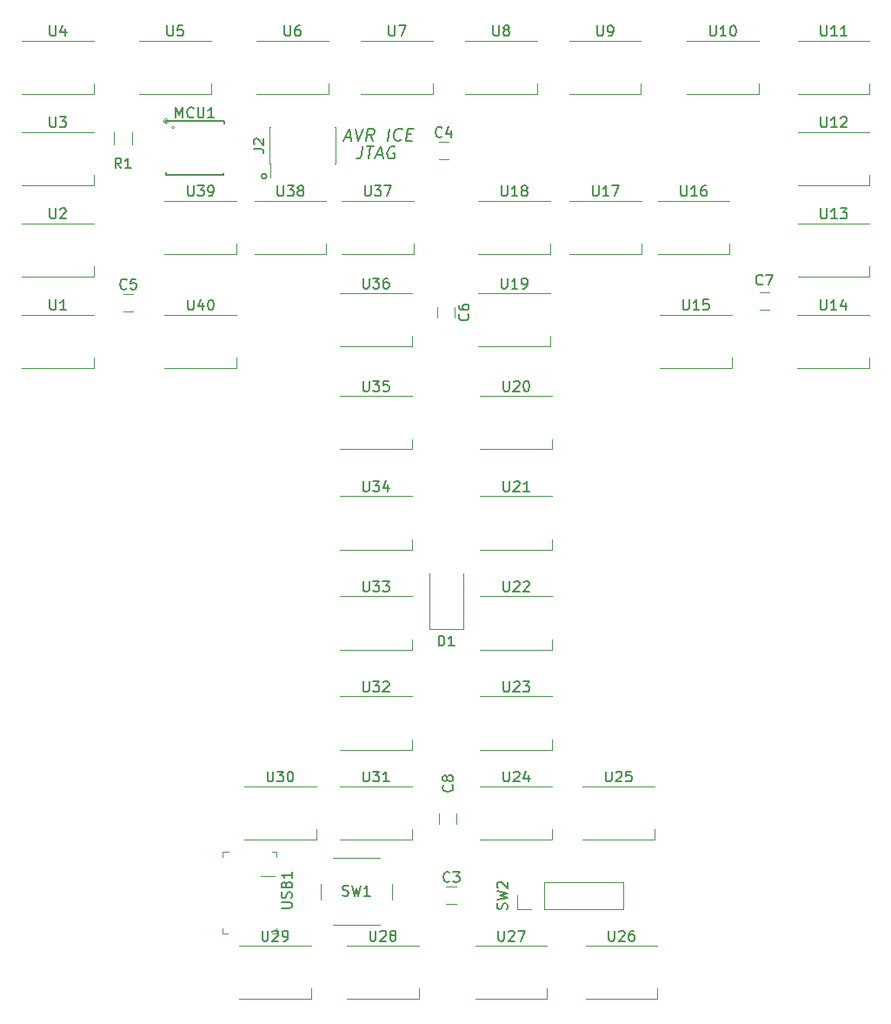
<source format=gbr>
G04 #@! TF.GenerationSoftware,KiCad,Pcbnew,(5.0.0)*
G04 #@! TF.CreationDate,2020-03-01T18:17:59-05:00*
G04 #@! TF.ProjectId,WS2812B Tiny T,575332383132422054696E7920542E6B,rev?*
G04 #@! TF.SameCoordinates,Original*
G04 #@! TF.FileFunction,Legend,Top*
G04 #@! TF.FilePolarity,Positive*
%FSLAX46Y46*%
G04 Gerber Fmt 4.6, Leading zero omitted, Abs format (unit mm)*
G04 Created by KiCad (PCBNEW (5.0.0)) date 03/01/20 18:17:59*
%MOMM*%
%LPD*%
G01*
G04 APERTURE LIST*
%ADD10C,0.200000*%
%ADD11C,0.120000*%
%ADD12C,0.100000*%
%ADD13C,0.150000*%
G04 APERTURE END LIST*
D10*
X119378392Y-68342857D02*
X119271250Y-69200000D01*
X119192678Y-69371428D01*
X119064107Y-69485714D01*
X118885535Y-69542857D01*
X118771250Y-69542857D01*
X119778392Y-68342857D02*
X120464107Y-68342857D01*
X119971250Y-69542857D02*
X120121250Y-68342857D01*
X120699821Y-69200000D02*
X121271250Y-69200000D01*
X120542678Y-69542857D02*
X121092678Y-68342857D01*
X121342678Y-69542857D01*
X122514107Y-68400000D02*
X122406964Y-68342857D01*
X122235535Y-68342857D01*
X122056964Y-68400000D01*
X121928392Y-68514285D01*
X121856964Y-68628571D01*
X121771250Y-68857142D01*
X121749821Y-69028571D01*
X121778392Y-69257142D01*
X121821250Y-69371428D01*
X121921250Y-69485714D01*
X122085535Y-69542857D01*
X122199821Y-69542857D01*
X122378392Y-69485714D01*
X122442678Y-69428571D01*
X122492678Y-69028571D01*
X122264107Y-69028571D01*
X117635535Y-67450000D02*
X118206964Y-67450000D01*
X117478392Y-67792857D02*
X118028392Y-66592857D01*
X118278392Y-67792857D01*
X118656964Y-66592857D02*
X118906964Y-67792857D01*
X119456964Y-66592857D01*
X120392678Y-67792857D02*
X120064107Y-67221428D01*
X119706964Y-67792857D02*
X119856964Y-66592857D01*
X120314107Y-66592857D01*
X120421250Y-66650000D01*
X120471250Y-66707142D01*
X120514107Y-66821428D01*
X120492678Y-66992857D01*
X120421250Y-67107142D01*
X120356964Y-67164285D01*
X120235535Y-67221428D01*
X119778392Y-67221428D01*
X121821250Y-67792857D02*
X121971250Y-66592857D01*
X123092678Y-67678571D02*
X123028392Y-67735714D01*
X122849821Y-67792857D01*
X122735535Y-67792857D01*
X122571250Y-67735714D01*
X122471250Y-67621428D01*
X122428392Y-67507142D01*
X122399821Y-67278571D01*
X122421250Y-67107142D01*
X122506964Y-66878571D01*
X122578392Y-66764285D01*
X122706964Y-66650000D01*
X122885535Y-66592857D01*
X122999821Y-66592857D01*
X123164107Y-66650000D01*
X123214107Y-66707142D01*
X123671250Y-67164285D02*
X124071250Y-67164285D01*
X124164107Y-67792857D02*
X123592678Y-67792857D01*
X123742678Y-66592857D01*
X124314107Y-66592857D01*
X110000000Y-71250000D02*
G75*
G03X110000000Y-71250000I-250000J0D01*
G01*
D11*
G04 #@! TO.C,U1*
X93162000Y-89912500D02*
X93162000Y-88912500D01*
X86162000Y-89912500D02*
X93162000Y-89912500D01*
X86162000Y-84712500D02*
X93162000Y-84712500D01*
G04 #@! TO.C,U2*
X86162000Y-75822500D02*
X93162000Y-75822500D01*
X86162000Y-81022500D02*
X93162000Y-81022500D01*
X93162000Y-81022500D02*
X93162000Y-80022500D01*
G04 #@! TO.C,U3*
X93162000Y-72132500D02*
X93162000Y-71132500D01*
X86162000Y-72132500D02*
X93162000Y-72132500D01*
X86162000Y-66932500D02*
X93162000Y-66932500D01*
G04 #@! TO.C,U4*
X86162000Y-58042500D02*
X93162000Y-58042500D01*
X86162000Y-63242500D02*
X93162000Y-63242500D01*
X93162000Y-63242500D02*
X93162000Y-62242500D01*
G04 #@! TO.C,U5*
X104592000Y-63242500D02*
X104592000Y-62242500D01*
X97592000Y-63242500D02*
X104592000Y-63242500D01*
X97592000Y-58042500D02*
X104592000Y-58042500D01*
G04 #@! TO.C,U6*
X109022000Y-58042500D02*
X116022000Y-58042500D01*
X109022000Y-63242500D02*
X116022000Y-63242500D01*
X116022000Y-63242500D02*
X116022000Y-62242500D01*
G04 #@! TO.C,U7*
X126182000Y-63242500D02*
X126182000Y-62242500D01*
X119182000Y-63242500D02*
X126182000Y-63242500D01*
X119182000Y-58042500D02*
X126182000Y-58042500D01*
G04 #@! TO.C,U8*
X129342000Y-58042500D02*
X136342000Y-58042500D01*
X129342000Y-63242500D02*
X136342000Y-63242500D01*
X136342000Y-63242500D02*
X136342000Y-62242500D01*
G04 #@! TO.C,U9*
X146462000Y-63242500D02*
X146462000Y-62242500D01*
X139462000Y-63242500D02*
X146462000Y-63242500D01*
X139462000Y-58042500D02*
X146462000Y-58042500D01*
G04 #@! TO.C,U10*
X150932000Y-58042500D02*
X157932000Y-58042500D01*
X150932000Y-63242500D02*
X157932000Y-63242500D01*
X157932000Y-63242500D02*
X157932000Y-62242500D01*
G04 #@! TO.C,U11*
X168727000Y-63242500D02*
X168727000Y-62242500D01*
X161727000Y-63242500D02*
X168727000Y-63242500D01*
X161727000Y-58042500D02*
X168727000Y-58042500D01*
G04 #@! TO.C,U12*
X161727000Y-66932500D02*
X168727000Y-66932500D01*
X161727000Y-72132500D02*
X168727000Y-72132500D01*
X168727000Y-72132500D02*
X168727000Y-71132500D01*
G04 #@! TO.C,U13*
X168727000Y-81022500D02*
X168727000Y-80022500D01*
X161727000Y-81022500D02*
X168727000Y-81022500D01*
X161727000Y-75822500D02*
X168727000Y-75822500D01*
G04 #@! TO.C,U15*
X148301000Y-84712500D02*
X155301000Y-84712500D01*
X148301000Y-89912500D02*
X155301000Y-89912500D01*
X155301000Y-89912500D02*
X155301000Y-88912500D01*
G04 #@! TO.C,U16*
X155098000Y-78822500D02*
X155098000Y-77822500D01*
X148098000Y-78822500D02*
X155098000Y-78822500D01*
X148098000Y-73622500D02*
X155098000Y-73622500D01*
G04 #@! TO.C,U17*
X139502000Y-73622500D02*
X146502000Y-73622500D01*
X139502000Y-78822500D02*
X146502000Y-78822500D01*
X146502000Y-78822500D02*
X146502000Y-77822500D01*
G04 #@! TO.C,U18*
X137612000Y-78822500D02*
X137612000Y-77822500D01*
X130612000Y-78822500D02*
X137612000Y-78822500D01*
X130612000Y-73622500D02*
X137612000Y-73622500D01*
G04 #@! TO.C,U19*
X130612000Y-82622500D02*
X137612000Y-82622500D01*
X130612000Y-87822500D02*
X137612000Y-87822500D01*
X137612000Y-87822500D02*
X137612000Y-86822500D01*
G04 #@! TO.C,U20*
X137812000Y-97822500D02*
X137812000Y-96822500D01*
X130812000Y-97822500D02*
X137812000Y-97822500D01*
X130812000Y-92622500D02*
X137812000Y-92622500D01*
G04 #@! TO.C,U21*
X137812000Y-107572000D02*
X137812000Y-106572000D01*
X130812000Y-107572000D02*
X137812000Y-107572000D01*
X130812000Y-102372000D02*
X137812000Y-102372000D01*
G04 #@! TO.C,U22*
X130812000Y-112122000D02*
X137812000Y-112122000D01*
X130812000Y-117322000D02*
X137812000Y-117322000D01*
X137812000Y-117322000D02*
X137812000Y-116322000D01*
G04 #@! TO.C,U23*
X137812000Y-127072000D02*
X137812000Y-126072000D01*
X130812000Y-127072000D02*
X137812000Y-127072000D01*
X130812000Y-121872000D02*
X137812000Y-121872000D01*
G04 #@! TO.C,U24*
X130812000Y-130622000D02*
X137812000Y-130622000D01*
X130812000Y-135822000D02*
X137812000Y-135822000D01*
X137812000Y-135822000D02*
X137812000Y-134822000D01*
G04 #@! TO.C,U25*
X147772000Y-135822000D02*
X147772000Y-134822000D01*
X140772000Y-135822000D02*
X147772000Y-135822000D01*
X140772000Y-130622000D02*
X147772000Y-130622000D01*
G04 #@! TO.C,U26*
X141062000Y-146122000D02*
X148062000Y-146122000D01*
X141062000Y-151322000D02*
X148062000Y-151322000D01*
X148062000Y-151322000D02*
X148062000Y-150322000D01*
G04 #@! TO.C,U27*
X137312000Y-151322000D02*
X137312000Y-150322000D01*
X130312000Y-151322000D02*
X137312000Y-151322000D01*
X130312000Y-146122000D02*
X137312000Y-146122000D01*
G04 #@! TO.C,U28*
X117812000Y-146122000D02*
X124812000Y-146122000D01*
X117812000Y-151322000D02*
X124812000Y-151322000D01*
X124812000Y-151322000D02*
X124812000Y-150322000D01*
G04 #@! TO.C,U29*
X114312000Y-151322000D02*
X114312000Y-150322000D01*
X107312000Y-151322000D02*
X114312000Y-151322000D01*
X107312000Y-146122000D02*
X114312000Y-146122000D01*
G04 #@! TO.C,U30*
X107812000Y-130622000D02*
X114812000Y-130622000D01*
X107812000Y-135822000D02*
X114812000Y-135822000D01*
X114812000Y-135822000D02*
X114812000Y-134822000D01*
G04 #@! TO.C,U31*
X124142000Y-135822000D02*
X124142000Y-134822000D01*
X117142000Y-135822000D02*
X124142000Y-135822000D01*
X117142000Y-130622000D02*
X124142000Y-130622000D01*
G04 #@! TO.C,U32*
X117142000Y-121872000D02*
X124142000Y-121872000D01*
X117142000Y-127072000D02*
X124142000Y-127072000D01*
X124142000Y-127072000D02*
X124142000Y-126072000D01*
G04 #@! TO.C,U33*
X124142000Y-117322000D02*
X124142000Y-116322000D01*
X117142000Y-117322000D02*
X124142000Y-117322000D01*
X117142000Y-112122000D02*
X124142000Y-112122000D01*
G04 #@! TO.C,U34*
X117142000Y-102372000D02*
X124142000Y-102372000D01*
X117142000Y-107572000D02*
X124142000Y-107572000D01*
X124142000Y-107572000D02*
X124142000Y-106572000D01*
G04 #@! TO.C,U35*
X124142000Y-97822500D02*
X124142000Y-96822500D01*
X117142000Y-97822500D02*
X124142000Y-97822500D01*
X117142000Y-92622500D02*
X124142000Y-92622500D01*
G04 #@! TO.C,U36*
X117142000Y-82622500D02*
X124142000Y-82622500D01*
X117142000Y-87822500D02*
X124142000Y-87822500D01*
X124142000Y-87822500D02*
X124142000Y-86822500D01*
G04 #@! TO.C,U37*
X124312000Y-78822500D02*
X124312000Y-77822500D01*
X117312000Y-78822500D02*
X124312000Y-78822500D01*
X117312000Y-73622500D02*
X124312000Y-73622500D01*
G04 #@! TO.C,U38*
X108812000Y-73622500D02*
X115812000Y-73622500D01*
X108812000Y-78822500D02*
X115812000Y-78822500D01*
X115812000Y-78822500D02*
X115812000Y-77822500D01*
G04 #@! TO.C,U39*
X107062000Y-78822500D02*
X107062000Y-77822500D01*
X100062000Y-78822500D02*
X107062000Y-78822500D01*
X100062000Y-73622500D02*
X107062000Y-73622500D01*
G04 #@! TO.C,U14*
X168687000Y-89912500D02*
X168687000Y-88912500D01*
X161687000Y-89912500D02*
X168687000Y-89912500D01*
X161687000Y-84712500D02*
X168687000Y-84712500D01*
G04 #@! TO.C,C3*
X128500000Y-140350000D02*
X127500000Y-140350000D01*
X127500000Y-142050000D02*
X128500000Y-142050000D01*
G04 #@! TO.C,C4*
X126750000Y-69600000D02*
X127750000Y-69600000D01*
X127750000Y-67900000D02*
X126750000Y-67900000D01*
G04 #@! TO.C,C5*
X96020000Y-84403300D02*
X97020000Y-84403300D01*
X97020000Y-82703300D02*
X96020000Y-82703300D01*
G04 #@! TO.C,C6*
X128350000Y-85000000D02*
X128350000Y-84000000D01*
X126650000Y-84000000D02*
X126650000Y-85000000D01*
G04 #@! TO.C,C7*
X158996000Y-82550900D02*
X157996000Y-82550900D01*
X157996000Y-84250900D02*
X158996000Y-84250900D01*
G04 #@! TO.C,C8*
X126750000Y-133250000D02*
X126750000Y-134250000D01*
X128450000Y-134250000D02*
X128450000Y-133250000D01*
G04 #@! TO.C,U40*
X107062000Y-89922500D02*
X107062000Y-88922500D01*
X100062000Y-89922500D02*
X107062000Y-89922500D01*
X100062000Y-84722500D02*
X107062000Y-84722500D01*
G04 #@! TO.C,SW1*
X122250000Y-141622000D02*
X122250000Y-140122000D01*
X121000000Y-137622000D02*
X116500000Y-137622000D01*
X115250000Y-140122000D02*
X115250000Y-141622000D01*
X116500000Y-144122000D02*
X121000000Y-144122000D01*
G04 #@! TO.C,R1*
X95120000Y-68150000D02*
X95120000Y-66950000D01*
X96880000Y-66950000D02*
X96880000Y-68150000D01*
D12*
G04 #@! TO.C,MCU1*
X100423607Y-65900000D02*
G75*
G03X100423607Y-65900000I-223607J0D01*
G01*
X100341421Y-65900000D02*
G75*
G03X100341421Y-65900000I-141421J0D01*
G01*
X101041421Y-66500000D02*
G75*
G03X101041421Y-66500000I-141421J0D01*
G01*
D13*
X100200000Y-65900000D02*
X100200000Y-66000000D01*
X105900000Y-65900000D02*
X105900000Y-66100000D01*
X105800000Y-71075000D02*
X105800000Y-70930000D01*
X100200000Y-71100000D02*
X100200000Y-70900000D01*
X100200000Y-65900000D02*
X105900000Y-65900000D01*
X100225000Y-71100000D02*
X105800000Y-71100000D01*
D12*
G04 #@! TO.C,USB1*
X105750000Y-144962000D02*
X105750000Y-144462000D01*
X105750000Y-144962000D02*
X106250000Y-144962000D01*
X111000000Y-144962000D02*
X111000000Y-144462000D01*
X111000000Y-144962000D02*
X110500000Y-144962000D01*
X110750000Y-139362000D02*
X109450000Y-139362000D01*
X105750000Y-136962000D02*
X105750000Y-137462000D01*
X105750000Y-136962000D02*
X106300000Y-136962000D01*
X111000000Y-136962000D02*
X111000000Y-137462000D01*
X111000000Y-136962000D02*
X110500000Y-136962000D01*
D11*
G04 #@! TO.C,D1*
X125850000Y-115300000D02*
X125850000Y-109900000D01*
X129150000Y-115300000D02*
X129150000Y-109900000D01*
X125850000Y-115300000D02*
X129150000Y-115300000D01*
G04 #@! TO.C,J2*
X116670000Y-66485000D02*
X116735000Y-66485000D01*
X116670000Y-70015000D02*
X116735000Y-70015000D01*
X110265000Y-66485000D02*
X110330000Y-66485000D01*
X110265000Y-70015000D02*
X110330000Y-70015000D01*
X110330000Y-71340000D02*
X110330000Y-70015000D01*
X116735000Y-70015000D02*
X116735000Y-66485000D01*
X110265000Y-70015000D02*
X110265000Y-66485000D01*
G04 #@! TO.C,SW2*
X134420000Y-142580000D02*
X134420000Y-141250000D01*
X135750000Y-142580000D02*
X134420000Y-142580000D01*
X137020000Y-142580000D02*
X137020000Y-139920000D01*
X137020000Y-139920000D02*
X144700000Y-139920000D01*
X137020000Y-142580000D02*
X144700000Y-142580000D01*
X144700000Y-142580000D02*
X144700000Y-139920000D01*
G04 #@! TO.C,U1*
D13*
X88900095Y-83264880D02*
X88900095Y-84074404D01*
X88947714Y-84169642D01*
X88995333Y-84217261D01*
X89090571Y-84264880D01*
X89281047Y-84264880D01*
X89376285Y-84217261D01*
X89423904Y-84169642D01*
X89471523Y-84074404D01*
X89471523Y-83264880D01*
X90471523Y-84264880D02*
X89900095Y-84264880D01*
X90185809Y-84264880D02*
X90185809Y-83264880D01*
X90090571Y-83407738D01*
X89995333Y-83502976D01*
X89900095Y-83550595D01*
G04 #@! TO.C,U2*
X88900095Y-74374880D02*
X88900095Y-75184404D01*
X88947714Y-75279642D01*
X88995333Y-75327261D01*
X89090571Y-75374880D01*
X89281047Y-75374880D01*
X89376285Y-75327261D01*
X89423904Y-75279642D01*
X89471523Y-75184404D01*
X89471523Y-74374880D01*
X89900095Y-74470119D02*
X89947714Y-74422500D01*
X90042952Y-74374880D01*
X90281047Y-74374880D01*
X90376285Y-74422500D01*
X90423904Y-74470119D01*
X90471523Y-74565357D01*
X90471523Y-74660595D01*
X90423904Y-74803452D01*
X89852476Y-75374880D01*
X90471523Y-75374880D01*
G04 #@! TO.C,U3*
X88900095Y-65484880D02*
X88900095Y-66294404D01*
X88947714Y-66389642D01*
X88995333Y-66437261D01*
X89090571Y-66484880D01*
X89281047Y-66484880D01*
X89376285Y-66437261D01*
X89423904Y-66389642D01*
X89471523Y-66294404D01*
X89471523Y-65484880D01*
X89852476Y-65484880D02*
X90471523Y-65484880D01*
X90138190Y-65865833D01*
X90281047Y-65865833D01*
X90376285Y-65913452D01*
X90423904Y-65961071D01*
X90471523Y-66056309D01*
X90471523Y-66294404D01*
X90423904Y-66389642D01*
X90376285Y-66437261D01*
X90281047Y-66484880D01*
X89995333Y-66484880D01*
X89900095Y-66437261D01*
X89852476Y-66389642D01*
G04 #@! TO.C,U4*
X88900095Y-56594880D02*
X88900095Y-57404404D01*
X88947714Y-57499642D01*
X88995333Y-57547261D01*
X89090571Y-57594880D01*
X89281047Y-57594880D01*
X89376285Y-57547261D01*
X89423904Y-57499642D01*
X89471523Y-57404404D01*
X89471523Y-56594880D01*
X90376285Y-56928214D02*
X90376285Y-57594880D01*
X90138190Y-56547261D02*
X89900095Y-57261547D01*
X90519142Y-57261547D01*
G04 #@! TO.C,U5*
X100330095Y-56594880D02*
X100330095Y-57404404D01*
X100377714Y-57499642D01*
X100425333Y-57547261D01*
X100520571Y-57594880D01*
X100711047Y-57594880D01*
X100806285Y-57547261D01*
X100853904Y-57499642D01*
X100901523Y-57404404D01*
X100901523Y-56594880D01*
X101853904Y-56594880D02*
X101377714Y-56594880D01*
X101330095Y-57071071D01*
X101377714Y-57023452D01*
X101472952Y-56975833D01*
X101711047Y-56975833D01*
X101806285Y-57023452D01*
X101853904Y-57071071D01*
X101901523Y-57166309D01*
X101901523Y-57404404D01*
X101853904Y-57499642D01*
X101806285Y-57547261D01*
X101711047Y-57594880D01*
X101472952Y-57594880D01*
X101377714Y-57547261D01*
X101330095Y-57499642D01*
G04 #@! TO.C,U6*
X111760095Y-56594880D02*
X111760095Y-57404404D01*
X111807714Y-57499642D01*
X111855333Y-57547261D01*
X111950571Y-57594880D01*
X112141047Y-57594880D01*
X112236285Y-57547261D01*
X112283904Y-57499642D01*
X112331523Y-57404404D01*
X112331523Y-56594880D01*
X113236285Y-56594880D02*
X113045809Y-56594880D01*
X112950571Y-56642500D01*
X112902952Y-56690119D01*
X112807714Y-56832976D01*
X112760095Y-57023452D01*
X112760095Y-57404404D01*
X112807714Y-57499642D01*
X112855333Y-57547261D01*
X112950571Y-57594880D01*
X113141047Y-57594880D01*
X113236285Y-57547261D01*
X113283904Y-57499642D01*
X113331523Y-57404404D01*
X113331523Y-57166309D01*
X113283904Y-57071071D01*
X113236285Y-57023452D01*
X113141047Y-56975833D01*
X112950571Y-56975833D01*
X112855333Y-57023452D01*
X112807714Y-57071071D01*
X112760095Y-57166309D01*
G04 #@! TO.C,U7*
X121920095Y-56594880D02*
X121920095Y-57404404D01*
X121967714Y-57499642D01*
X122015333Y-57547261D01*
X122110571Y-57594880D01*
X122301047Y-57594880D01*
X122396285Y-57547261D01*
X122443904Y-57499642D01*
X122491523Y-57404404D01*
X122491523Y-56594880D01*
X122872476Y-56594880D02*
X123539142Y-56594880D01*
X123110571Y-57594880D01*
G04 #@! TO.C,U8*
X132080095Y-56594880D02*
X132080095Y-57404404D01*
X132127714Y-57499642D01*
X132175333Y-57547261D01*
X132270571Y-57594880D01*
X132461047Y-57594880D01*
X132556285Y-57547261D01*
X132603904Y-57499642D01*
X132651523Y-57404404D01*
X132651523Y-56594880D01*
X133270571Y-57023452D02*
X133175333Y-56975833D01*
X133127714Y-56928214D01*
X133080095Y-56832976D01*
X133080095Y-56785357D01*
X133127714Y-56690119D01*
X133175333Y-56642500D01*
X133270571Y-56594880D01*
X133461047Y-56594880D01*
X133556285Y-56642500D01*
X133603904Y-56690119D01*
X133651523Y-56785357D01*
X133651523Y-56832976D01*
X133603904Y-56928214D01*
X133556285Y-56975833D01*
X133461047Y-57023452D01*
X133270571Y-57023452D01*
X133175333Y-57071071D01*
X133127714Y-57118690D01*
X133080095Y-57213928D01*
X133080095Y-57404404D01*
X133127714Y-57499642D01*
X133175333Y-57547261D01*
X133270571Y-57594880D01*
X133461047Y-57594880D01*
X133556285Y-57547261D01*
X133603904Y-57499642D01*
X133651523Y-57404404D01*
X133651523Y-57213928D01*
X133603904Y-57118690D01*
X133556285Y-57071071D01*
X133461047Y-57023452D01*
G04 #@! TO.C,U9*
X142200095Y-56594880D02*
X142200095Y-57404404D01*
X142247714Y-57499642D01*
X142295333Y-57547261D01*
X142390571Y-57594880D01*
X142581047Y-57594880D01*
X142676285Y-57547261D01*
X142723904Y-57499642D01*
X142771523Y-57404404D01*
X142771523Y-56594880D01*
X143295333Y-57594880D02*
X143485809Y-57594880D01*
X143581047Y-57547261D01*
X143628666Y-57499642D01*
X143723904Y-57356785D01*
X143771523Y-57166309D01*
X143771523Y-56785357D01*
X143723904Y-56690119D01*
X143676285Y-56642500D01*
X143581047Y-56594880D01*
X143390571Y-56594880D01*
X143295333Y-56642500D01*
X143247714Y-56690119D01*
X143200095Y-56785357D01*
X143200095Y-57023452D01*
X143247714Y-57118690D01*
X143295333Y-57166309D01*
X143390571Y-57213928D01*
X143581047Y-57213928D01*
X143676285Y-57166309D01*
X143723904Y-57118690D01*
X143771523Y-57023452D01*
G04 #@! TO.C,U10*
X153193904Y-56594880D02*
X153193904Y-57404404D01*
X153241523Y-57499642D01*
X153289142Y-57547261D01*
X153384380Y-57594880D01*
X153574857Y-57594880D01*
X153670095Y-57547261D01*
X153717714Y-57499642D01*
X153765333Y-57404404D01*
X153765333Y-56594880D01*
X154765333Y-57594880D02*
X154193904Y-57594880D01*
X154479619Y-57594880D02*
X154479619Y-56594880D01*
X154384380Y-56737738D01*
X154289142Y-56832976D01*
X154193904Y-56880595D01*
X155384380Y-56594880D02*
X155479619Y-56594880D01*
X155574857Y-56642500D01*
X155622476Y-56690119D01*
X155670095Y-56785357D01*
X155717714Y-56975833D01*
X155717714Y-57213928D01*
X155670095Y-57404404D01*
X155622476Y-57499642D01*
X155574857Y-57547261D01*
X155479619Y-57594880D01*
X155384380Y-57594880D01*
X155289142Y-57547261D01*
X155241523Y-57499642D01*
X155193904Y-57404404D01*
X155146285Y-57213928D01*
X155146285Y-56975833D01*
X155193904Y-56785357D01*
X155241523Y-56690119D01*
X155289142Y-56642500D01*
X155384380Y-56594880D01*
G04 #@! TO.C,U11*
X163988904Y-56594880D02*
X163988904Y-57404404D01*
X164036523Y-57499642D01*
X164084142Y-57547261D01*
X164179380Y-57594880D01*
X164369857Y-57594880D01*
X164465095Y-57547261D01*
X164512714Y-57499642D01*
X164560333Y-57404404D01*
X164560333Y-56594880D01*
X165560333Y-57594880D02*
X164988904Y-57594880D01*
X165274619Y-57594880D02*
X165274619Y-56594880D01*
X165179380Y-56737738D01*
X165084142Y-56832976D01*
X164988904Y-56880595D01*
X166512714Y-57594880D02*
X165941285Y-57594880D01*
X166227000Y-57594880D02*
X166227000Y-56594880D01*
X166131761Y-56737738D01*
X166036523Y-56832976D01*
X165941285Y-56880595D01*
G04 #@! TO.C,U12*
X163988904Y-65484880D02*
X163988904Y-66294404D01*
X164036523Y-66389642D01*
X164084142Y-66437261D01*
X164179380Y-66484880D01*
X164369857Y-66484880D01*
X164465095Y-66437261D01*
X164512714Y-66389642D01*
X164560333Y-66294404D01*
X164560333Y-65484880D01*
X165560333Y-66484880D02*
X164988904Y-66484880D01*
X165274619Y-66484880D02*
X165274619Y-65484880D01*
X165179380Y-65627738D01*
X165084142Y-65722976D01*
X164988904Y-65770595D01*
X165941285Y-65580119D02*
X165988904Y-65532500D01*
X166084142Y-65484880D01*
X166322238Y-65484880D01*
X166417476Y-65532500D01*
X166465095Y-65580119D01*
X166512714Y-65675357D01*
X166512714Y-65770595D01*
X166465095Y-65913452D01*
X165893666Y-66484880D01*
X166512714Y-66484880D01*
G04 #@! TO.C,U13*
X163988904Y-74374880D02*
X163988904Y-75184404D01*
X164036523Y-75279642D01*
X164084142Y-75327261D01*
X164179380Y-75374880D01*
X164369857Y-75374880D01*
X164465095Y-75327261D01*
X164512714Y-75279642D01*
X164560333Y-75184404D01*
X164560333Y-74374880D01*
X165560333Y-75374880D02*
X164988904Y-75374880D01*
X165274619Y-75374880D02*
X165274619Y-74374880D01*
X165179380Y-74517738D01*
X165084142Y-74612976D01*
X164988904Y-74660595D01*
X165893666Y-74374880D02*
X166512714Y-74374880D01*
X166179380Y-74755833D01*
X166322238Y-74755833D01*
X166417476Y-74803452D01*
X166465095Y-74851071D01*
X166512714Y-74946309D01*
X166512714Y-75184404D01*
X166465095Y-75279642D01*
X166417476Y-75327261D01*
X166322238Y-75374880D01*
X166036523Y-75374880D01*
X165941285Y-75327261D01*
X165893666Y-75279642D01*
G04 #@! TO.C,U15*
X150562904Y-83264880D02*
X150562904Y-84074404D01*
X150610523Y-84169642D01*
X150658142Y-84217261D01*
X150753380Y-84264880D01*
X150943857Y-84264880D01*
X151039095Y-84217261D01*
X151086714Y-84169642D01*
X151134333Y-84074404D01*
X151134333Y-83264880D01*
X152134333Y-84264880D02*
X151562904Y-84264880D01*
X151848619Y-84264880D02*
X151848619Y-83264880D01*
X151753380Y-83407738D01*
X151658142Y-83502976D01*
X151562904Y-83550595D01*
X153039095Y-83264880D02*
X152562904Y-83264880D01*
X152515285Y-83741071D01*
X152562904Y-83693452D01*
X152658142Y-83645833D01*
X152896238Y-83645833D01*
X152991476Y-83693452D01*
X153039095Y-83741071D01*
X153086714Y-83836309D01*
X153086714Y-84074404D01*
X153039095Y-84169642D01*
X152991476Y-84217261D01*
X152896238Y-84264880D01*
X152658142Y-84264880D01*
X152562904Y-84217261D01*
X152515285Y-84169642D01*
G04 #@! TO.C,U16*
X150359904Y-72174880D02*
X150359904Y-72984404D01*
X150407523Y-73079642D01*
X150455142Y-73127261D01*
X150550380Y-73174880D01*
X150740857Y-73174880D01*
X150836095Y-73127261D01*
X150883714Y-73079642D01*
X150931333Y-72984404D01*
X150931333Y-72174880D01*
X151931333Y-73174880D02*
X151359904Y-73174880D01*
X151645619Y-73174880D02*
X151645619Y-72174880D01*
X151550380Y-72317738D01*
X151455142Y-72412976D01*
X151359904Y-72460595D01*
X152788476Y-72174880D02*
X152598000Y-72174880D01*
X152502761Y-72222500D01*
X152455142Y-72270119D01*
X152359904Y-72412976D01*
X152312285Y-72603452D01*
X152312285Y-72984404D01*
X152359904Y-73079642D01*
X152407523Y-73127261D01*
X152502761Y-73174880D01*
X152693238Y-73174880D01*
X152788476Y-73127261D01*
X152836095Y-73079642D01*
X152883714Y-72984404D01*
X152883714Y-72746309D01*
X152836095Y-72651071D01*
X152788476Y-72603452D01*
X152693238Y-72555833D01*
X152502761Y-72555833D01*
X152407523Y-72603452D01*
X152359904Y-72651071D01*
X152312285Y-72746309D01*
G04 #@! TO.C,U17*
X141763904Y-72174880D02*
X141763904Y-72984404D01*
X141811523Y-73079642D01*
X141859142Y-73127261D01*
X141954380Y-73174880D01*
X142144857Y-73174880D01*
X142240095Y-73127261D01*
X142287714Y-73079642D01*
X142335333Y-72984404D01*
X142335333Y-72174880D01*
X143335333Y-73174880D02*
X142763904Y-73174880D01*
X143049619Y-73174880D02*
X143049619Y-72174880D01*
X142954380Y-72317738D01*
X142859142Y-72412976D01*
X142763904Y-72460595D01*
X143668666Y-72174880D02*
X144335333Y-72174880D01*
X143906761Y-73174880D01*
G04 #@! TO.C,U18*
X132873904Y-72174880D02*
X132873904Y-72984404D01*
X132921523Y-73079642D01*
X132969142Y-73127261D01*
X133064380Y-73174880D01*
X133254857Y-73174880D01*
X133350095Y-73127261D01*
X133397714Y-73079642D01*
X133445333Y-72984404D01*
X133445333Y-72174880D01*
X134445333Y-73174880D02*
X133873904Y-73174880D01*
X134159619Y-73174880D02*
X134159619Y-72174880D01*
X134064380Y-72317738D01*
X133969142Y-72412976D01*
X133873904Y-72460595D01*
X135016761Y-72603452D02*
X134921523Y-72555833D01*
X134873904Y-72508214D01*
X134826285Y-72412976D01*
X134826285Y-72365357D01*
X134873904Y-72270119D01*
X134921523Y-72222500D01*
X135016761Y-72174880D01*
X135207238Y-72174880D01*
X135302476Y-72222500D01*
X135350095Y-72270119D01*
X135397714Y-72365357D01*
X135397714Y-72412976D01*
X135350095Y-72508214D01*
X135302476Y-72555833D01*
X135207238Y-72603452D01*
X135016761Y-72603452D01*
X134921523Y-72651071D01*
X134873904Y-72698690D01*
X134826285Y-72793928D01*
X134826285Y-72984404D01*
X134873904Y-73079642D01*
X134921523Y-73127261D01*
X135016761Y-73174880D01*
X135207238Y-73174880D01*
X135302476Y-73127261D01*
X135350095Y-73079642D01*
X135397714Y-72984404D01*
X135397714Y-72793928D01*
X135350095Y-72698690D01*
X135302476Y-72651071D01*
X135207238Y-72603452D01*
G04 #@! TO.C,U19*
X132873904Y-81174880D02*
X132873904Y-81984404D01*
X132921523Y-82079642D01*
X132969142Y-82127261D01*
X133064380Y-82174880D01*
X133254857Y-82174880D01*
X133350095Y-82127261D01*
X133397714Y-82079642D01*
X133445333Y-81984404D01*
X133445333Y-81174880D01*
X134445333Y-82174880D02*
X133873904Y-82174880D01*
X134159619Y-82174880D02*
X134159619Y-81174880D01*
X134064380Y-81317738D01*
X133969142Y-81412976D01*
X133873904Y-81460595D01*
X134921523Y-82174880D02*
X135112000Y-82174880D01*
X135207238Y-82127261D01*
X135254857Y-82079642D01*
X135350095Y-81936785D01*
X135397714Y-81746309D01*
X135397714Y-81365357D01*
X135350095Y-81270119D01*
X135302476Y-81222500D01*
X135207238Y-81174880D01*
X135016761Y-81174880D01*
X134921523Y-81222500D01*
X134873904Y-81270119D01*
X134826285Y-81365357D01*
X134826285Y-81603452D01*
X134873904Y-81698690D01*
X134921523Y-81746309D01*
X135016761Y-81793928D01*
X135207238Y-81793928D01*
X135302476Y-81746309D01*
X135350095Y-81698690D01*
X135397714Y-81603452D01*
G04 #@! TO.C,U20*
X133073904Y-91174880D02*
X133073904Y-91984404D01*
X133121523Y-92079642D01*
X133169142Y-92127261D01*
X133264380Y-92174880D01*
X133454857Y-92174880D01*
X133550095Y-92127261D01*
X133597714Y-92079642D01*
X133645333Y-91984404D01*
X133645333Y-91174880D01*
X134073904Y-91270119D02*
X134121523Y-91222500D01*
X134216761Y-91174880D01*
X134454857Y-91174880D01*
X134550095Y-91222500D01*
X134597714Y-91270119D01*
X134645333Y-91365357D01*
X134645333Y-91460595D01*
X134597714Y-91603452D01*
X134026285Y-92174880D01*
X134645333Y-92174880D01*
X135264380Y-91174880D02*
X135359619Y-91174880D01*
X135454857Y-91222500D01*
X135502476Y-91270119D01*
X135550095Y-91365357D01*
X135597714Y-91555833D01*
X135597714Y-91793928D01*
X135550095Y-91984404D01*
X135502476Y-92079642D01*
X135454857Y-92127261D01*
X135359619Y-92174880D01*
X135264380Y-92174880D01*
X135169142Y-92127261D01*
X135121523Y-92079642D01*
X135073904Y-91984404D01*
X135026285Y-91793928D01*
X135026285Y-91555833D01*
X135073904Y-91365357D01*
X135121523Y-91270119D01*
X135169142Y-91222500D01*
X135264380Y-91174880D01*
G04 #@! TO.C,U21*
X133073904Y-100924380D02*
X133073904Y-101733904D01*
X133121523Y-101829142D01*
X133169142Y-101876761D01*
X133264380Y-101924380D01*
X133454857Y-101924380D01*
X133550095Y-101876761D01*
X133597714Y-101829142D01*
X133645333Y-101733904D01*
X133645333Y-100924380D01*
X134073904Y-101019619D02*
X134121523Y-100972000D01*
X134216761Y-100924380D01*
X134454857Y-100924380D01*
X134550095Y-100972000D01*
X134597714Y-101019619D01*
X134645333Y-101114857D01*
X134645333Y-101210095D01*
X134597714Y-101352952D01*
X134026285Y-101924380D01*
X134645333Y-101924380D01*
X135597714Y-101924380D02*
X135026285Y-101924380D01*
X135312000Y-101924380D02*
X135312000Y-100924380D01*
X135216761Y-101067238D01*
X135121523Y-101162476D01*
X135026285Y-101210095D01*
G04 #@! TO.C,U22*
X133073904Y-110674380D02*
X133073904Y-111483904D01*
X133121523Y-111579142D01*
X133169142Y-111626761D01*
X133264380Y-111674380D01*
X133454857Y-111674380D01*
X133550095Y-111626761D01*
X133597714Y-111579142D01*
X133645333Y-111483904D01*
X133645333Y-110674380D01*
X134073904Y-110769619D02*
X134121523Y-110722000D01*
X134216761Y-110674380D01*
X134454857Y-110674380D01*
X134550095Y-110722000D01*
X134597714Y-110769619D01*
X134645333Y-110864857D01*
X134645333Y-110960095D01*
X134597714Y-111102952D01*
X134026285Y-111674380D01*
X134645333Y-111674380D01*
X135026285Y-110769619D02*
X135073904Y-110722000D01*
X135169142Y-110674380D01*
X135407238Y-110674380D01*
X135502476Y-110722000D01*
X135550095Y-110769619D01*
X135597714Y-110864857D01*
X135597714Y-110960095D01*
X135550095Y-111102952D01*
X134978666Y-111674380D01*
X135597714Y-111674380D01*
G04 #@! TO.C,U23*
X133073904Y-120424380D02*
X133073904Y-121233904D01*
X133121523Y-121329142D01*
X133169142Y-121376761D01*
X133264380Y-121424380D01*
X133454857Y-121424380D01*
X133550095Y-121376761D01*
X133597714Y-121329142D01*
X133645333Y-121233904D01*
X133645333Y-120424380D01*
X134073904Y-120519619D02*
X134121523Y-120472000D01*
X134216761Y-120424380D01*
X134454857Y-120424380D01*
X134550095Y-120472000D01*
X134597714Y-120519619D01*
X134645333Y-120614857D01*
X134645333Y-120710095D01*
X134597714Y-120852952D01*
X134026285Y-121424380D01*
X134645333Y-121424380D01*
X134978666Y-120424380D02*
X135597714Y-120424380D01*
X135264380Y-120805333D01*
X135407238Y-120805333D01*
X135502476Y-120852952D01*
X135550095Y-120900571D01*
X135597714Y-120995809D01*
X135597714Y-121233904D01*
X135550095Y-121329142D01*
X135502476Y-121376761D01*
X135407238Y-121424380D01*
X135121523Y-121424380D01*
X135026285Y-121376761D01*
X134978666Y-121329142D01*
G04 #@! TO.C,U24*
X133073904Y-129174380D02*
X133073904Y-129983904D01*
X133121523Y-130079142D01*
X133169142Y-130126761D01*
X133264380Y-130174380D01*
X133454857Y-130174380D01*
X133550095Y-130126761D01*
X133597714Y-130079142D01*
X133645333Y-129983904D01*
X133645333Y-129174380D01*
X134073904Y-129269619D02*
X134121523Y-129222000D01*
X134216761Y-129174380D01*
X134454857Y-129174380D01*
X134550095Y-129222000D01*
X134597714Y-129269619D01*
X134645333Y-129364857D01*
X134645333Y-129460095D01*
X134597714Y-129602952D01*
X134026285Y-130174380D01*
X134645333Y-130174380D01*
X135502476Y-129507714D02*
X135502476Y-130174380D01*
X135264380Y-129126761D02*
X135026285Y-129841047D01*
X135645333Y-129841047D01*
G04 #@! TO.C,U25*
X143033904Y-129174380D02*
X143033904Y-129983904D01*
X143081523Y-130079142D01*
X143129142Y-130126761D01*
X143224380Y-130174380D01*
X143414857Y-130174380D01*
X143510095Y-130126761D01*
X143557714Y-130079142D01*
X143605333Y-129983904D01*
X143605333Y-129174380D01*
X144033904Y-129269619D02*
X144081523Y-129222000D01*
X144176761Y-129174380D01*
X144414857Y-129174380D01*
X144510095Y-129222000D01*
X144557714Y-129269619D01*
X144605333Y-129364857D01*
X144605333Y-129460095D01*
X144557714Y-129602952D01*
X143986285Y-130174380D01*
X144605333Y-130174380D01*
X145510095Y-129174380D02*
X145033904Y-129174380D01*
X144986285Y-129650571D01*
X145033904Y-129602952D01*
X145129142Y-129555333D01*
X145367238Y-129555333D01*
X145462476Y-129602952D01*
X145510095Y-129650571D01*
X145557714Y-129745809D01*
X145557714Y-129983904D01*
X145510095Y-130079142D01*
X145462476Y-130126761D01*
X145367238Y-130174380D01*
X145129142Y-130174380D01*
X145033904Y-130126761D01*
X144986285Y-130079142D01*
G04 #@! TO.C,U26*
X143323904Y-144674380D02*
X143323904Y-145483904D01*
X143371523Y-145579142D01*
X143419142Y-145626761D01*
X143514380Y-145674380D01*
X143704857Y-145674380D01*
X143800095Y-145626761D01*
X143847714Y-145579142D01*
X143895333Y-145483904D01*
X143895333Y-144674380D01*
X144323904Y-144769619D02*
X144371523Y-144722000D01*
X144466761Y-144674380D01*
X144704857Y-144674380D01*
X144800095Y-144722000D01*
X144847714Y-144769619D01*
X144895333Y-144864857D01*
X144895333Y-144960095D01*
X144847714Y-145102952D01*
X144276285Y-145674380D01*
X144895333Y-145674380D01*
X145752476Y-144674380D02*
X145562000Y-144674380D01*
X145466761Y-144722000D01*
X145419142Y-144769619D01*
X145323904Y-144912476D01*
X145276285Y-145102952D01*
X145276285Y-145483904D01*
X145323904Y-145579142D01*
X145371523Y-145626761D01*
X145466761Y-145674380D01*
X145657238Y-145674380D01*
X145752476Y-145626761D01*
X145800095Y-145579142D01*
X145847714Y-145483904D01*
X145847714Y-145245809D01*
X145800095Y-145150571D01*
X145752476Y-145102952D01*
X145657238Y-145055333D01*
X145466761Y-145055333D01*
X145371523Y-145102952D01*
X145323904Y-145150571D01*
X145276285Y-145245809D01*
G04 #@! TO.C,U27*
X132573904Y-144674380D02*
X132573904Y-145483904D01*
X132621523Y-145579142D01*
X132669142Y-145626761D01*
X132764380Y-145674380D01*
X132954857Y-145674380D01*
X133050095Y-145626761D01*
X133097714Y-145579142D01*
X133145333Y-145483904D01*
X133145333Y-144674380D01*
X133573904Y-144769619D02*
X133621523Y-144722000D01*
X133716761Y-144674380D01*
X133954857Y-144674380D01*
X134050095Y-144722000D01*
X134097714Y-144769619D01*
X134145333Y-144864857D01*
X134145333Y-144960095D01*
X134097714Y-145102952D01*
X133526285Y-145674380D01*
X134145333Y-145674380D01*
X134478666Y-144674380D02*
X135145333Y-144674380D01*
X134716761Y-145674380D01*
G04 #@! TO.C,U28*
X120073904Y-144674380D02*
X120073904Y-145483904D01*
X120121523Y-145579142D01*
X120169142Y-145626761D01*
X120264380Y-145674380D01*
X120454857Y-145674380D01*
X120550095Y-145626761D01*
X120597714Y-145579142D01*
X120645333Y-145483904D01*
X120645333Y-144674380D01*
X121073904Y-144769619D02*
X121121523Y-144722000D01*
X121216761Y-144674380D01*
X121454857Y-144674380D01*
X121550095Y-144722000D01*
X121597714Y-144769619D01*
X121645333Y-144864857D01*
X121645333Y-144960095D01*
X121597714Y-145102952D01*
X121026285Y-145674380D01*
X121645333Y-145674380D01*
X122216761Y-145102952D02*
X122121523Y-145055333D01*
X122073904Y-145007714D01*
X122026285Y-144912476D01*
X122026285Y-144864857D01*
X122073904Y-144769619D01*
X122121523Y-144722000D01*
X122216761Y-144674380D01*
X122407238Y-144674380D01*
X122502476Y-144722000D01*
X122550095Y-144769619D01*
X122597714Y-144864857D01*
X122597714Y-144912476D01*
X122550095Y-145007714D01*
X122502476Y-145055333D01*
X122407238Y-145102952D01*
X122216761Y-145102952D01*
X122121523Y-145150571D01*
X122073904Y-145198190D01*
X122026285Y-145293428D01*
X122026285Y-145483904D01*
X122073904Y-145579142D01*
X122121523Y-145626761D01*
X122216761Y-145674380D01*
X122407238Y-145674380D01*
X122502476Y-145626761D01*
X122550095Y-145579142D01*
X122597714Y-145483904D01*
X122597714Y-145293428D01*
X122550095Y-145198190D01*
X122502476Y-145150571D01*
X122407238Y-145102952D01*
G04 #@! TO.C,U29*
X109573904Y-144674380D02*
X109573904Y-145483904D01*
X109621523Y-145579142D01*
X109669142Y-145626761D01*
X109764380Y-145674380D01*
X109954857Y-145674380D01*
X110050095Y-145626761D01*
X110097714Y-145579142D01*
X110145333Y-145483904D01*
X110145333Y-144674380D01*
X110573904Y-144769619D02*
X110621523Y-144722000D01*
X110716761Y-144674380D01*
X110954857Y-144674380D01*
X111050095Y-144722000D01*
X111097714Y-144769619D01*
X111145333Y-144864857D01*
X111145333Y-144960095D01*
X111097714Y-145102952D01*
X110526285Y-145674380D01*
X111145333Y-145674380D01*
X111621523Y-145674380D02*
X111812000Y-145674380D01*
X111907238Y-145626761D01*
X111954857Y-145579142D01*
X112050095Y-145436285D01*
X112097714Y-145245809D01*
X112097714Y-144864857D01*
X112050095Y-144769619D01*
X112002476Y-144722000D01*
X111907238Y-144674380D01*
X111716761Y-144674380D01*
X111621523Y-144722000D01*
X111573904Y-144769619D01*
X111526285Y-144864857D01*
X111526285Y-145102952D01*
X111573904Y-145198190D01*
X111621523Y-145245809D01*
X111716761Y-145293428D01*
X111907238Y-145293428D01*
X112002476Y-145245809D01*
X112050095Y-145198190D01*
X112097714Y-145102952D01*
G04 #@! TO.C,U30*
X110073904Y-129174380D02*
X110073904Y-129983904D01*
X110121523Y-130079142D01*
X110169142Y-130126761D01*
X110264380Y-130174380D01*
X110454857Y-130174380D01*
X110550095Y-130126761D01*
X110597714Y-130079142D01*
X110645333Y-129983904D01*
X110645333Y-129174380D01*
X111026285Y-129174380D02*
X111645333Y-129174380D01*
X111312000Y-129555333D01*
X111454857Y-129555333D01*
X111550095Y-129602952D01*
X111597714Y-129650571D01*
X111645333Y-129745809D01*
X111645333Y-129983904D01*
X111597714Y-130079142D01*
X111550095Y-130126761D01*
X111454857Y-130174380D01*
X111169142Y-130174380D01*
X111073904Y-130126761D01*
X111026285Y-130079142D01*
X112264380Y-129174380D02*
X112359619Y-129174380D01*
X112454857Y-129222000D01*
X112502476Y-129269619D01*
X112550095Y-129364857D01*
X112597714Y-129555333D01*
X112597714Y-129793428D01*
X112550095Y-129983904D01*
X112502476Y-130079142D01*
X112454857Y-130126761D01*
X112359619Y-130174380D01*
X112264380Y-130174380D01*
X112169142Y-130126761D01*
X112121523Y-130079142D01*
X112073904Y-129983904D01*
X112026285Y-129793428D01*
X112026285Y-129555333D01*
X112073904Y-129364857D01*
X112121523Y-129269619D01*
X112169142Y-129222000D01*
X112264380Y-129174380D01*
G04 #@! TO.C,U31*
X119403904Y-129174380D02*
X119403904Y-129983904D01*
X119451523Y-130079142D01*
X119499142Y-130126761D01*
X119594380Y-130174380D01*
X119784857Y-130174380D01*
X119880095Y-130126761D01*
X119927714Y-130079142D01*
X119975333Y-129983904D01*
X119975333Y-129174380D01*
X120356285Y-129174380D02*
X120975333Y-129174380D01*
X120642000Y-129555333D01*
X120784857Y-129555333D01*
X120880095Y-129602952D01*
X120927714Y-129650571D01*
X120975333Y-129745809D01*
X120975333Y-129983904D01*
X120927714Y-130079142D01*
X120880095Y-130126761D01*
X120784857Y-130174380D01*
X120499142Y-130174380D01*
X120403904Y-130126761D01*
X120356285Y-130079142D01*
X121927714Y-130174380D02*
X121356285Y-130174380D01*
X121642000Y-130174380D02*
X121642000Y-129174380D01*
X121546761Y-129317238D01*
X121451523Y-129412476D01*
X121356285Y-129460095D01*
G04 #@! TO.C,U32*
X119403904Y-120424380D02*
X119403904Y-121233904D01*
X119451523Y-121329142D01*
X119499142Y-121376761D01*
X119594380Y-121424380D01*
X119784857Y-121424380D01*
X119880095Y-121376761D01*
X119927714Y-121329142D01*
X119975333Y-121233904D01*
X119975333Y-120424380D01*
X120356285Y-120424380D02*
X120975333Y-120424380D01*
X120642000Y-120805333D01*
X120784857Y-120805333D01*
X120880095Y-120852952D01*
X120927714Y-120900571D01*
X120975333Y-120995809D01*
X120975333Y-121233904D01*
X120927714Y-121329142D01*
X120880095Y-121376761D01*
X120784857Y-121424380D01*
X120499142Y-121424380D01*
X120403904Y-121376761D01*
X120356285Y-121329142D01*
X121356285Y-120519619D02*
X121403904Y-120472000D01*
X121499142Y-120424380D01*
X121737238Y-120424380D01*
X121832476Y-120472000D01*
X121880095Y-120519619D01*
X121927714Y-120614857D01*
X121927714Y-120710095D01*
X121880095Y-120852952D01*
X121308666Y-121424380D01*
X121927714Y-121424380D01*
G04 #@! TO.C,U33*
X119403904Y-110674380D02*
X119403904Y-111483904D01*
X119451523Y-111579142D01*
X119499142Y-111626761D01*
X119594380Y-111674380D01*
X119784857Y-111674380D01*
X119880095Y-111626761D01*
X119927714Y-111579142D01*
X119975333Y-111483904D01*
X119975333Y-110674380D01*
X120356285Y-110674380D02*
X120975333Y-110674380D01*
X120642000Y-111055333D01*
X120784857Y-111055333D01*
X120880095Y-111102952D01*
X120927714Y-111150571D01*
X120975333Y-111245809D01*
X120975333Y-111483904D01*
X120927714Y-111579142D01*
X120880095Y-111626761D01*
X120784857Y-111674380D01*
X120499142Y-111674380D01*
X120403904Y-111626761D01*
X120356285Y-111579142D01*
X121308666Y-110674380D02*
X121927714Y-110674380D01*
X121594380Y-111055333D01*
X121737238Y-111055333D01*
X121832476Y-111102952D01*
X121880095Y-111150571D01*
X121927714Y-111245809D01*
X121927714Y-111483904D01*
X121880095Y-111579142D01*
X121832476Y-111626761D01*
X121737238Y-111674380D01*
X121451523Y-111674380D01*
X121356285Y-111626761D01*
X121308666Y-111579142D01*
G04 #@! TO.C,U34*
X119403904Y-100924380D02*
X119403904Y-101733904D01*
X119451523Y-101829142D01*
X119499142Y-101876761D01*
X119594380Y-101924380D01*
X119784857Y-101924380D01*
X119880095Y-101876761D01*
X119927714Y-101829142D01*
X119975333Y-101733904D01*
X119975333Y-100924380D01*
X120356285Y-100924380D02*
X120975333Y-100924380D01*
X120642000Y-101305333D01*
X120784857Y-101305333D01*
X120880095Y-101352952D01*
X120927714Y-101400571D01*
X120975333Y-101495809D01*
X120975333Y-101733904D01*
X120927714Y-101829142D01*
X120880095Y-101876761D01*
X120784857Y-101924380D01*
X120499142Y-101924380D01*
X120403904Y-101876761D01*
X120356285Y-101829142D01*
X121832476Y-101257714D02*
X121832476Y-101924380D01*
X121594380Y-100876761D02*
X121356285Y-101591047D01*
X121975333Y-101591047D01*
G04 #@! TO.C,U35*
X119403904Y-91174880D02*
X119403904Y-91984404D01*
X119451523Y-92079642D01*
X119499142Y-92127261D01*
X119594380Y-92174880D01*
X119784857Y-92174880D01*
X119880095Y-92127261D01*
X119927714Y-92079642D01*
X119975333Y-91984404D01*
X119975333Y-91174880D01*
X120356285Y-91174880D02*
X120975333Y-91174880D01*
X120642000Y-91555833D01*
X120784857Y-91555833D01*
X120880095Y-91603452D01*
X120927714Y-91651071D01*
X120975333Y-91746309D01*
X120975333Y-91984404D01*
X120927714Y-92079642D01*
X120880095Y-92127261D01*
X120784857Y-92174880D01*
X120499142Y-92174880D01*
X120403904Y-92127261D01*
X120356285Y-92079642D01*
X121880095Y-91174880D02*
X121403904Y-91174880D01*
X121356285Y-91651071D01*
X121403904Y-91603452D01*
X121499142Y-91555833D01*
X121737238Y-91555833D01*
X121832476Y-91603452D01*
X121880095Y-91651071D01*
X121927714Y-91746309D01*
X121927714Y-91984404D01*
X121880095Y-92079642D01*
X121832476Y-92127261D01*
X121737238Y-92174880D01*
X121499142Y-92174880D01*
X121403904Y-92127261D01*
X121356285Y-92079642D01*
G04 #@! TO.C,U36*
X119403904Y-81174880D02*
X119403904Y-81984404D01*
X119451523Y-82079642D01*
X119499142Y-82127261D01*
X119594380Y-82174880D01*
X119784857Y-82174880D01*
X119880095Y-82127261D01*
X119927714Y-82079642D01*
X119975333Y-81984404D01*
X119975333Y-81174880D01*
X120356285Y-81174880D02*
X120975333Y-81174880D01*
X120642000Y-81555833D01*
X120784857Y-81555833D01*
X120880095Y-81603452D01*
X120927714Y-81651071D01*
X120975333Y-81746309D01*
X120975333Y-81984404D01*
X120927714Y-82079642D01*
X120880095Y-82127261D01*
X120784857Y-82174880D01*
X120499142Y-82174880D01*
X120403904Y-82127261D01*
X120356285Y-82079642D01*
X121832476Y-81174880D02*
X121642000Y-81174880D01*
X121546761Y-81222500D01*
X121499142Y-81270119D01*
X121403904Y-81412976D01*
X121356285Y-81603452D01*
X121356285Y-81984404D01*
X121403904Y-82079642D01*
X121451523Y-82127261D01*
X121546761Y-82174880D01*
X121737238Y-82174880D01*
X121832476Y-82127261D01*
X121880095Y-82079642D01*
X121927714Y-81984404D01*
X121927714Y-81746309D01*
X121880095Y-81651071D01*
X121832476Y-81603452D01*
X121737238Y-81555833D01*
X121546761Y-81555833D01*
X121451523Y-81603452D01*
X121403904Y-81651071D01*
X121356285Y-81746309D01*
G04 #@! TO.C,U37*
X119573904Y-72174880D02*
X119573904Y-72984404D01*
X119621523Y-73079642D01*
X119669142Y-73127261D01*
X119764380Y-73174880D01*
X119954857Y-73174880D01*
X120050095Y-73127261D01*
X120097714Y-73079642D01*
X120145333Y-72984404D01*
X120145333Y-72174880D01*
X120526285Y-72174880D02*
X121145333Y-72174880D01*
X120812000Y-72555833D01*
X120954857Y-72555833D01*
X121050095Y-72603452D01*
X121097714Y-72651071D01*
X121145333Y-72746309D01*
X121145333Y-72984404D01*
X121097714Y-73079642D01*
X121050095Y-73127261D01*
X120954857Y-73174880D01*
X120669142Y-73174880D01*
X120573904Y-73127261D01*
X120526285Y-73079642D01*
X121478666Y-72174880D02*
X122145333Y-72174880D01*
X121716761Y-73174880D01*
G04 #@! TO.C,U38*
X111073904Y-72174880D02*
X111073904Y-72984404D01*
X111121523Y-73079642D01*
X111169142Y-73127261D01*
X111264380Y-73174880D01*
X111454857Y-73174880D01*
X111550095Y-73127261D01*
X111597714Y-73079642D01*
X111645333Y-72984404D01*
X111645333Y-72174880D01*
X112026285Y-72174880D02*
X112645333Y-72174880D01*
X112312000Y-72555833D01*
X112454857Y-72555833D01*
X112550095Y-72603452D01*
X112597714Y-72651071D01*
X112645333Y-72746309D01*
X112645333Y-72984404D01*
X112597714Y-73079642D01*
X112550095Y-73127261D01*
X112454857Y-73174880D01*
X112169142Y-73174880D01*
X112073904Y-73127261D01*
X112026285Y-73079642D01*
X113216761Y-72603452D02*
X113121523Y-72555833D01*
X113073904Y-72508214D01*
X113026285Y-72412976D01*
X113026285Y-72365357D01*
X113073904Y-72270119D01*
X113121523Y-72222500D01*
X113216761Y-72174880D01*
X113407238Y-72174880D01*
X113502476Y-72222500D01*
X113550095Y-72270119D01*
X113597714Y-72365357D01*
X113597714Y-72412976D01*
X113550095Y-72508214D01*
X113502476Y-72555833D01*
X113407238Y-72603452D01*
X113216761Y-72603452D01*
X113121523Y-72651071D01*
X113073904Y-72698690D01*
X113026285Y-72793928D01*
X113026285Y-72984404D01*
X113073904Y-73079642D01*
X113121523Y-73127261D01*
X113216761Y-73174880D01*
X113407238Y-73174880D01*
X113502476Y-73127261D01*
X113550095Y-73079642D01*
X113597714Y-72984404D01*
X113597714Y-72793928D01*
X113550095Y-72698690D01*
X113502476Y-72651071D01*
X113407238Y-72603452D01*
G04 #@! TO.C,U39*
X102323904Y-72174880D02*
X102323904Y-72984404D01*
X102371523Y-73079642D01*
X102419142Y-73127261D01*
X102514380Y-73174880D01*
X102704857Y-73174880D01*
X102800095Y-73127261D01*
X102847714Y-73079642D01*
X102895333Y-72984404D01*
X102895333Y-72174880D01*
X103276285Y-72174880D02*
X103895333Y-72174880D01*
X103562000Y-72555833D01*
X103704857Y-72555833D01*
X103800095Y-72603452D01*
X103847714Y-72651071D01*
X103895333Y-72746309D01*
X103895333Y-72984404D01*
X103847714Y-73079642D01*
X103800095Y-73127261D01*
X103704857Y-73174880D01*
X103419142Y-73174880D01*
X103323904Y-73127261D01*
X103276285Y-73079642D01*
X104371523Y-73174880D02*
X104562000Y-73174880D01*
X104657238Y-73127261D01*
X104704857Y-73079642D01*
X104800095Y-72936785D01*
X104847714Y-72746309D01*
X104847714Y-72365357D01*
X104800095Y-72270119D01*
X104752476Y-72222500D01*
X104657238Y-72174880D01*
X104466761Y-72174880D01*
X104371523Y-72222500D01*
X104323904Y-72270119D01*
X104276285Y-72365357D01*
X104276285Y-72603452D01*
X104323904Y-72698690D01*
X104371523Y-72746309D01*
X104466761Y-72793928D01*
X104657238Y-72793928D01*
X104752476Y-72746309D01*
X104800095Y-72698690D01*
X104847714Y-72603452D01*
G04 #@! TO.C,U14*
X163948904Y-83264880D02*
X163948904Y-84074404D01*
X163996523Y-84169642D01*
X164044142Y-84217261D01*
X164139380Y-84264880D01*
X164329857Y-84264880D01*
X164425095Y-84217261D01*
X164472714Y-84169642D01*
X164520333Y-84074404D01*
X164520333Y-83264880D01*
X165520333Y-84264880D02*
X164948904Y-84264880D01*
X165234619Y-84264880D02*
X165234619Y-83264880D01*
X165139380Y-83407738D01*
X165044142Y-83502976D01*
X164948904Y-83550595D01*
X166377476Y-83598214D02*
X166377476Y-84264880D01*
X166139380Y-83217261D02*
X165901285Y-83931547D01*
X166520333Y-83931547D01*
G04 #@! TO.C,C3*
X127833333Y-139857142D02*
X127785714Y-139904761D01*
X127642857Y-139952380D01*
X127547619Y-139952380D01*
X127404761Y-139904761D01*
X127309523Y-139809523D01*
X127261904Y-139714285D01*
X127214285Y-139523809D01*
X127214285Y-139380952D01*
X127261904Y-139190476D01*
X127309523Y-139095238D01*
X127404761Y-139000000D01*
X127547619Y-138952380D01*
X127642857Y-138952380D01*
X127785714Y-139000000D01*
X127833333Y-139047619D01*
X128166666Y-138952380D02*
X128785714Y-138952380D01*
X128452380Y-139333333D01*
X128595238Y-139333333D01*
X128690476Y-139380952D01*
X128738095Y-139428571D01*
X128785714Y-139523809D01*
X128785714Y-139761904D01*
X128738095Y-139857142D01*
X128690476Y-139904761D01*
X128595238Y-139952380D01*
X128309523Y-139952380D01*
X128214285Y-139904761D01*
X128166666Y-139857142D01*
G04 #@! TO.C,C4*
X127083333Y-67357142D02*
X127035714Y-67404761D01*
X126892857Y-67452380D01*
X126797619Y-67452380D01*
X126654761Y-67404761D01*
X126559523Y-67309523D01*
X126511904Y-67214285D01*
X126464285Y-67023809D01*
X126464285Y-66880952D01*
X126511904Y-66690476D01*
X126559523Y-66595238D01*
X126654761Y-66500000D01*
X126797619Y-66452380D01*
X126892857Y-66452380D01*
X127035714Y-66500000D01*
X127083333Y-66547619D01*
X127940476Y-66785714D02*
X127940476Y-67452380D01*
X127702380Y-66404761D02*
X127464285Y-67119047D01*
X128083333Y-67119047D01*
G04 #@! TO.C,C5*
X96353333Y-82160442D02*
X96305714Y-82208061D01*
X96162857Y-82255680D01*
X96067619Y-82255680D01*
X95924761Y-82208061D01*
X95829523Y-82112823D01*
X95781904Y-82017585D01*
X95734285Y-81827109D01*
X95734285Y-81684252D01*
X95781904Y-81493776D01*
X95829523Y-81398538D01*
X95924761Y-81303300D01*
X96067619Y-81255680D01*
X96162857Y-81255680D01*
X96305714Y-81303300D01*
X96353333Y-81350919D01*
X97258095Y-81255680D02*
X96781904Y-81255680D01*
X96734285Y-81731871D01*
X96781904Y-81684252D01*
X96877142Y-81636633D01*
X97115238Y-81636633D01*
X97210476Y-81684252D01*
X97258095Y-81731871D01*
X97305714Y-81827109D01*
X97305714Y-82065204D01*
X97258095Y-82160442D01*
X97210476Y-82208061D01*
X97115238Y-82255680D01*
X96877142Y-82255680D01*
X96781904Y-82208061D01*
X96734285Y-82160442D01*
G04 #@! TO.C,C6*
X129607142Y-84666666D02*
X129654761Y-84714285D01*
X129702380Y-84857142D01*
X129702380Y-84952380D01*
X129654761Y-85095238D01*
X129559523Y-85190476D01*
X129464285Y-85238095D01*
X129273809Y-85285714D01*
X129130952Y-85285714D01*
X128940476Y-85238095D01*
X128845238Y-85190476D01*
X128750000Y-85095238D01*
X128702380Y-84952380D01*
X128702380Y-84857142D01*
X128750000Y-84714285D01*
X128797619Y-84666666D01*
X128702380Y-83809523D02*
X128702380Y-84000000D01*
X128750000Y-84095238D01*
X128797619Y-84142857D01*
X128940476Y-84238095D01*
X129130952Y-84285714D01*
X129511904Y-84285714D01*
X129607142Y-84238095D01*
X129654761Y-84190476D01*
X129702380Y-84095238D01*
X129702380Y-83904761D01*
X129654761Y-83809523D01*
X129607142Y-83761904D01*
X129511904Y-83714285D01*
X129273809Y-83714285D01*
X129178571Y-83761904D01*
X129130952Y-83809523D01*
X129083333Y-83904761D01*
X129083333Y-84095238D01*
X129130952Y-84190476D01*
X129178571Y-84238095D01*
X129273809Y-84285714D01*
G04 #@! TO.C,C7*
X158298533Y-81726042D02*
X158250914Y-81773661D01*
X158108057Y-81821280D01*
X158012819Y-81821280D01*
X157869961Y-81773661D01*
X157774723Y-81678423D01*
X157727104Y-81583185D01*
X157679485Y-81392709D01*
X157679485Y-81249852D01*
X157727104Y-81059376D01*
X157774723Y-80964138D01*
X157869961Y-80868900D01*
X158012819Y-80821280D01*
X158108057Y-80821280D01*
X158250914Y-80868900D01*
X158298533Y-80916519D01*
X158631866Y-80821280D02*
X159298533Y-80821280D01*
X158869961Y-81821280D01*
G04 #@! TO.C,C8*
X128058742Y-130513066D02*
X128106361Y-130560685D01*
X128153980Y-130703542D01*
X128153980Y-130798780D01*
X128106361Y-130941638D01*
X128011123Y-131036876D01*
X127915885Y-131084495D01*
X127725409Y-131132114D01*
X127582552Y-131132114D01*
X127392076Y-131084495D01*
X127296838Y-131036876D01*
X127201600Y-130941638D01*
X127153980Y-130798780D01*
X127153980Y-130703542D01*
X127201600Y-130560685D01*
X127249219Y-130513066D01*
X127582552Y-129941638D02*
X127534933Y-130036876D01*
X127487314Y-130084495D01*
X127392076Y-130132114D01*
X127344457Y-130132114D01*
X127249219Y-130084495D01*
X127201600Y-130036876D01*
X127153980Y-129941638D01*
X127153980Y-129751161D01*
X127201600Y-129655923D01*
X127249219Y-129608304D01*
X127344457Y-129560685D01*
X127392076Y-129560685D01*
X127487314Y-129608304D01*
X127534933Y-129655923D01*
X127582552Y-129751161D01*
X127582552Y-129941638D01*
X127630171Y-130036876D01*
X127677790Y-130084495D01*
X127773028Y-130132114D01*
X127963504Y-130132114D01*
X128058742Y-130084495D01*
X128106361Y-130036876D01*
X128153980Y-129941638D01*
X128153980Y-129751161D01*
X128106361Y-129655923D01*
X128058742Y-129608304D01*
X127963504Y-129560685D01*
X127773028Y-129560685D01*
X127677790Y-129608304D01*
X127630171Y-129655923D01*
X127582552Y-129751161D01*
G04 #@! TO.C,U40*
X102323904Y-83274880D02*
X102323904Y-84084404D01*
X102371523Y-84179642D01*
X102419142Y-84227261D01*
X102514380Y-84274880D01*
X102704857Y-84274880D01*
X102800095Y-84227261D01*
X102847714Y-84179642D01*
X102895333Y-84084404D01*
X102895333Y-83274880D01*
X103800095Y-83608214D02*
X103800095Y-84274880D01*
X103562000Y-83227261D02*
X103323904Y-83941547D01*
X103942952Y-83941547D01*
X104514380Y-83274880D02*
X104609619Y-83274880D01*
X104704857Y-83322500D01*
X104752476Y-83370119D01*
X104800095Y-83465357D01*
X104847714Y-83655833D01*
X104847714Y-83893928D01*
X104800095Y-84084404D01*
X104752476Y-84179642D01*
X104704857Y-84227261D01*
X104609619Y-84274880D01*
X104514380Y-84274880D01*
X104419142Y-84227261D01*
X104371523Y-84179642D01*
X104323904Y-84084404D01*
X104276285Y-83893928D01*
X104276285Y-83655833D01*
X104323904Y-83465357D01*
X104371523Y-83370119D01*
X104419142Y-83322500D01*
X104514380Y-83274880D01*
G04 #@! TO.C,SW1*
X117416666Y-141226761D02*
X117559523Y-141274380D01*
X117797619Y-141274380D01*
X117892857Y-141226761D01*
X117940476Y-141179142D01*
X117988095Y-141083904D01*
X117988095Y-140988666D01*
X117940476Y-140893428D01*
X117892857Y-140845809D01*
X117797619Y-140798190D01*
X117607142Y-140750571D01*
X117511904Y-140702952D01*
X117464285Y-140655333D01*
X117416666Y-140560095D01*
X117416666Y-140464857D01*
X117464285Y-140369619D01*
X117511904Y-140322000D01*
X117607142Y-140274380D01*
X117845238Y-140274380D01*
X117988095Y-140322000D01*
X118321428Y-140274380D02*
X118559523Y-141274380D01*
X118750000Y-140560095D01*
X118940476Y-141274380D01*
X119178571Y-140274380D01*
X120083333Y-141274380D02*
X119511904Y-141274380D01*
X119797619Y-141274380D02*
X119797619Y-140274380D01*
X119702380Y-140417238D01*
X119607142Y-140512476D01*
X119511904Y-140560095D01*
G04 #@! TO.C,R1*
X95833333Y-70476380D02*
X95500000Y-70000190D01*
X95261904Y-70476380D02*
X95261904Y-69476380D01*
X95642857Y-69476380D01*
X95738095Y-69524000D01*
X95785714Y-69571619D01*
X95833333Y-69666857D01*
X95833333Y-69809714D01*
X95785714Y-69904952D01*
X95738095Y-69952571D01*
X95642857Y-70000190D01*
X95261904Y-70000190D01*
X96785714Y-70476380D02*
X96214285Y-70476380D01*
X96500000Y-70476380D02*
X96500000Y-69476380D01*
X96404761Y-69619238D01*
X96309523Y-69714476D01*
X96214285Y-69762095D01*
G04 #@! TO.C,MCU1*
X101166666Y-65552380D02*
X101166666Y-64552380D01*
X101500000Y-65266666D01*
X101833333Y-64552380D01*
X101833333Y-65552380D01*
X102880952Y-65457142D02*
X102833333Y-65504761D01*
X102690476Y-65552380D01*
X102595238Y-65552380D01*
X102452380Y-65504761D01*
X102357142Y-65409523D01*
X102309523Y-65314285D01*
X102261904Y-65123809D01*
X102261904Y-64980952D01*
X102309523Y-64790476D01*
X102357142Y-64695238D01*
X102452380Y-64600000D01*
X102595238Y-64552380D01*
X102690476Y-64552380D01*
X102833333Y-64600000D01*
X102880952Y-64647619D01*
X103309523Y-64552380D02*
X103309523Y-65361904D01*
X103357142Y-65457142D01*
X103404761Y-65504761D01*
X103500000Y-65552380D01*
X103690476Y-65552380D01*
X103785714Y-65504761D01*
X103833333Y-65457142D01*
X103880952Y-65361904D01*
X103880952Y-64552380D01*
X104880952Y-65552380D02*
X104309523Y-65552380D01*
X104595238Y-65552380D02*
X104595238Y-64552380D01*
X104500000Y-64695238D01*
X104404761Y-64790476D01*
X104309523Y-64838095D01*
G04 #@! TO.C,USB1*
X111452380Y-142487595D02*
X112261904Y-142487595D01*
X112357142Y-142439976D01*
X112404761Y-142392357D01*
X112452380Y-142297119D01*
X112452380Y-142106642D01*
X112404761Y-142011404D01*
X112357142Y-141963785D01*
X112261904Y-141916166D01*
X111452380Y-141916166D01*
X112404761Y-141487595D02*
X112452380Y-141344738D01*
X112452380Y-141106642D01*
X112404761Y-141011404D01*
X112357142Y-140963785D01*
X112261904Y-140916166D01*
X112166666Y-140916166D01*
X112071428Y-140963785D01*
X112023809Y-141011404D01*
X111976190Y-141106642D01*
X111928571Y-141297119D01*
X111880952Y-141392357D01*
X111833333Y-141439976D01*
X111738095Y-141487595D01*
X111642857Y-141487595D01*
X111547619Y-141439976D01*
X111500000Y-141392357D01*
X111452380Y-141297119D01*
X111452380Y-141059023D01*
X111500000Y-140916166D01*
X111928571Y-140154261D02*
X111976190Y-140011404D01*
X112023809Y-139963785D01*
X112119047Y-139916166D01*
X112261904Y-139916166D01*
X112357142Y-139963785D01*
X112404761Y-140011404D01*
X112452380Y-140106642D01*
X112452380Y-140487595D01*
X111452380Y-140487595D01*
X111452380Y-140154261D01*
X111500000Y-140059023D01*
X111547619Y-140011404D01*
X111642857Y-139963785D01*
X111738095Y-139963785D01*
X111833333Y-140011404D01*
X111880952Y-140059023D01*
X111928571Y-140154261D01*
X111928571Y-140487595D01*
X112452380Y-138963785D02*
X112452380Y-139535214D01*
X112452380Y-139249500D02*
X111452380Y-139249500D01*
X111595238Y-139344738D01*
X111690476Y-139439976D01*
X111738095Y-139535214D01*
G04 #@! TO.C,D1*
X126761904Y-116952380D02*
X126761904Y-115952380D01*
X127000000Y-115952380D01*
X127142857Y-116000000D01*
X127238095Y-116095238D01*
X127285714Y-116190476D01*
X127333333Y-116380952D01*
X127333333Y-116523809D01*
X127285714Y-116714285D01*
X127238095Y-116809523D01*
X127142857Y-116904761D01*
X127000000Y-116952380D01*
X126761904Y-116952380D01*
X128285714Y-116952380D02*
X127714285Y-116952380D01*
X128000000Y-116952380D02*
X128000000Y-115952380D01*
X127904761Y-116095238D01*
X127809523Y-116190476D01*
X127714285Y-116238095D01*
G04 #@! TO.C,J2*
X108717380Y-68583333D02*
X109431666Y-68583333D01*
X109574523Y-68630952D01*
X109669761Y-68726190D01*
X109717380Y-68869047D01*
X109717380Y-68964285D01*
X108812619Y-68154761D02*
X108765000Y-68107142D01*
X108717380Y-68011904D01*
X108717380Y-67773809D01*
X108765000Y-67678571D01*
X108812619Y-67630952D01*
X108907857Y-67583333D01*
X109003095Y-67583333D01*
X109145952Y-67630952D01*
X109717380Y-68202380D01*
X109717380Y-67583333D01*
G04 #@! TO.C,SW2*
X133404761Y-142583333D02*
X133452380Y-142440476D01*
X133452380Y-142202380D01*
X133404761Y-142107142D01*
X133357142Y-142059523D01*
X133261904Y-142011904D01*
X133166666Y-142011904D01*
X133071428Y-142059523D01*
X133023809Y-142107142D01*
X132976190Y-142202380D01*
X132928571Y-142392857D01*
X132880952Y-142488095D01*
X132833333Y-142535714D01*
X132738095Y-142583333D01*
X132642857Y-142583333D01*
X132547619Y-142535714D01*
X132500000Y-142488095D01*
X132452380Y-142392857D01*
X132452380Y-142154761D01*
X132500000Y-142011904D01*
X132452380Y-141678571D02*
X133452380Y-141440476D01*
X132738095Y-141250000D01*
X133452380Y-141059523D01*
X132452380Y-140821428D01*
X132547619Y-140488095D02*
X132500000Y-140440476D01*
X132452380Y-140345238D01*
X132452380Y-140107142D01*
X132500000Y-140011904D01*
X132547619Y-139964285D01*
X132642857Y-139916666D01*
X132738095Y-139916666D01*
X132880952Y-139964285D01*
X133452380Y-140535714D01*
X133452380Y-139916666D01*
G04 #@! TD*
M02*

</source>
